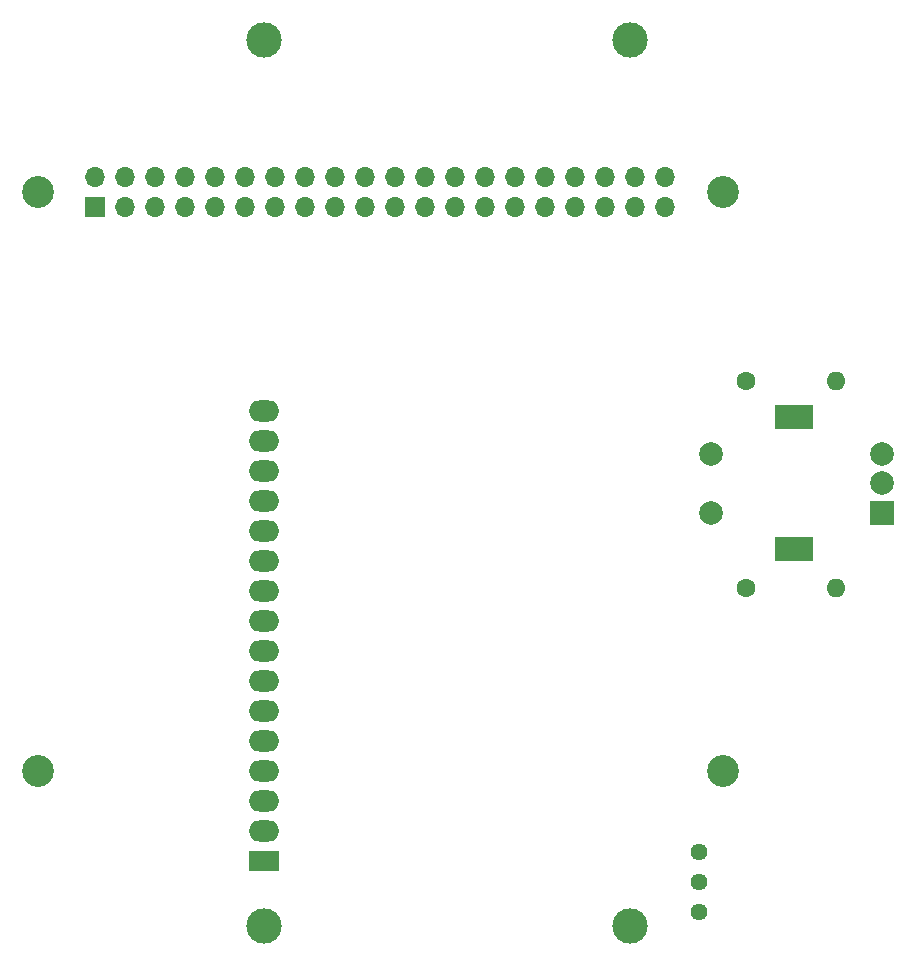
<source format=gbs>
G04 #@! TF.GenerationSoftware,KiCad,Pcbnew,(5.1.9)-1*
G04 #@! TF.CreationDate,2022-05-06T12:13:32+02:00*
G04 #@! TF.ProjectId,cluimsyMIDI AddOn,636c7569-6d73-4794-9d49-444920416464,rev?*
G04 #@! TF.SameCoordinates,Original*
G04 #@! TF.FileFunction,Soldermask,Bot*
G04 #@! TF.FilePolarity,Negative*
%FSLAX46Y46*%
G04 Gerber Fmt 4.6, Leading zero omitted, Abs format (unit mm)*
G04 Created by KiCad (PCBNEW (5.1.9)-1) date 2022-05-06 12:13:32*
%MOMM*%
%LPD*%
G01*
G04 APERTURE LIST*
%ADD10R,2.000000X2.000000*%
%ADD11C,2.000000*%
%ADD12R,3.200000X2.000000*%
%ADD13O,1.600000X1.600000*%
%ADD14C,1.600000*%
%ADD15C,1.440000*%
%ADD16C,3.000000*%
%ADD17O,2.600000X1.800000*%
%ADD18R,2.600000X1.800000*%
%ADD19R,1.700000X1.700000*%
%ADD20O,1.700000X1.700000*%
%ADD21C,2.700000*%
G04 APERTURE END LIST*
D10*
X66630000Y-25880000D03*
D11*
X66630000Y-23380000D03*
X66630000Y-20880000D03*
D12*
X59130000Y-28980000D03*
X59130000Y-17780000D03*
D11*
X52130000Y-25880000D03*
X52130000Y-20880000D03*
D13*
X62750000Y-32230000D03*
D14*
X55130000Y-32230000D03*
D13*
X62750000Y-14730000D03*
D14*
X55130000Y-14730000D03*
D15*
X51130000Y-54610000D03*
X51130000Y-57150000D03*
X51130000Y-59690000D03*
D16*
X14270000Y14120000D03*
X45270700Y14119480D03*
X45270700Y-60879100D03*
X14270000Y-60879100D03*
D17*
X14270000Y-17280000D03*
X14270000Y-19820000D03*
X14270000Y-22360000D03*
X14270000Y-24900000D03*
X14270000Y-27440000D03*
X14270000Y-29980000D03*
X14270000Y-32520000D03*
X14270000Y-35060000D03*
X14270000Y-37600000D03*
X14270000Y-40140000D03*
X14270000Y-42680000D03*
X14270000Y-45220000D03*
X14270000Y-47760000D03*
X14270000Y-50300000D03*
X14270000Y-52840000D03*
D18*
X14270000Y-55380000D03*
D19*
X0Y0D03*
D20*
X0Y2540000D03*
X2540000Y0D03*
X2540000Y2540000D03*
X5080000Y0D03*
X5080000Y2540000D03*
X7620000Y0D03*
X7620000Y2540000D03*
X10160000Y0D03*
X10160000Y2540000D03*
X12700000Y0D03*
X12700000Y2540000D03*
X15240000Y0D03*
X15240000Y2540000D03*
X17780000Y0D03*
X17780000Y2540000D03*
X20320000Y0D03*
X20320000Y2540000D03*
X22860000Y0D03*
X22860000Y2540000D03*
X25400000Y0D03*
X25400000Y2540000D03*
X27940000Y0D03*
X27940000Y2540000D03*
X30480000Y0D03*
X30480000Y2540000D03*
X33020000Y0D03*
X33020000Y2540000D03*
X35560000Y0D03*
X35560000Y2540000D03*
X38100000Y0D03*
X38100000Y2540000D03*
X40640000Y0D03*
X40640000Y2540000D03*
X43180000Y0D03*
X43180000Y2540000D03*
X45720000Y0D03*
X45720000Y2540000D03*
X48260000Y0D03*
X48260000Y2540000D03*
D21*
X53130000Y-47730000D03*
X-4870000Y-47730000D03*
X53130000Y1270000D03*
X-4870000Y1270000D03*
M02*

</source>
